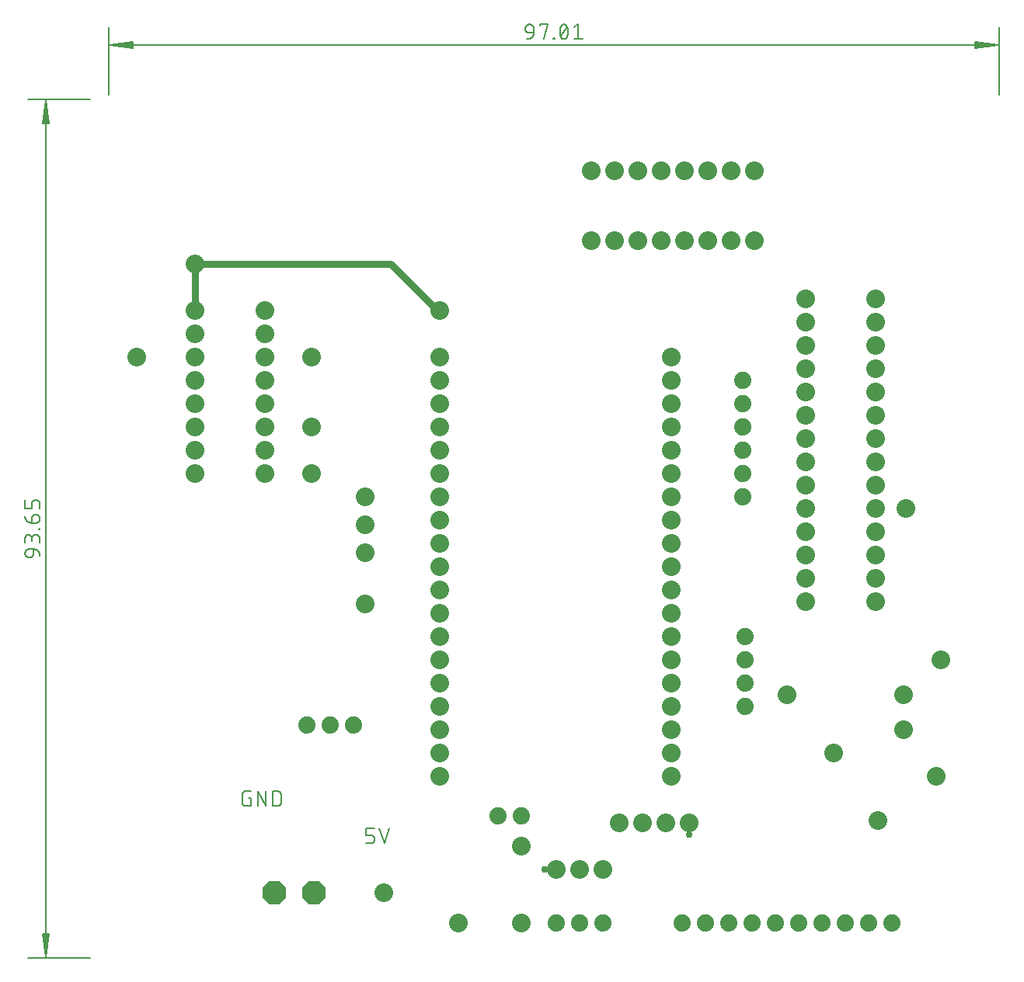
<source format=gbr>
G04 EAGLE Gerber RS-274X export*
G75*
%MOMM*%
%FSLAX34Y34*%
%LPD*%
%INTop Copper*%
%IPPOS*%
%AMOC8*
5,1,8,0,0,1.08239X$1,22.5*%
G01*
%ADD10C,0.152400*%
%ADD11C,0.130000*%
%ADD12C,2.032000*%
%ADD13C,1.879600*%
%ADD14P,2.749271X8X22.500000*%
%ADD15C,0.762000*%
%ADD16C,0.756400*%


D10*
X325882Y117602D02*
X331301Y117602D01*
X331419Y117604D01*
X331537Y117610D01*
X331655Y117619D01*
X331772Y117633D01*
X331889Y117650D01*
X332006Y117671D01*
X332121Y117696D01*
X332236Y117725D01*
X332350Y117758D01*
X332462Y117794D01*
X332573Y117834D01*
X332683Y117877D01*
X332792Y117924D01*
X332899Y117974D01*
X333004Y118029D01*
X333107Y118086D01*
X333208Y118147D01*
X333308Y118211D01*
X333405Y118278D01*
X333500Y118348D01*
X333592Y118422D01*
X333683Y118498D01*
X333770Y118578D01*
X333855Y118660D01*
X333937Y118745D01*
X334017Y118832D01*
X334093Y118923D01*
X334167Y119015D01*
X334237Y119110D01*
X334304Y119207D01*
X334368Y119307D01*
X334429Y119408D01*
X334486Y119511D01*
X334541Y119616D01*
X334591Y119723D01*
X334638Y119832D01*
X334681Y119942D01*
X334721Y120053D01*
X334757Y120165D01*
X334790Y120279D01*
X334819Y120394D01*
X334844Y120509D01*
X334865Y120626D01*
X334882Y120743D01*
X334896Y120860D01*
X334905Y120978D01*
X334911Y121096D01*
X334913Y121214D01*
X334913Y123021D01*
X334911Y123139D01*
X334905Y123257D01*
X334896Y123375D01*
X334882Y123492D01*
X334865Y123609D01*
X334844Y123726D01*
X334819Y123841D01*
X334790Y123956D01*
X334757Y124070D01*
X334721Y124182D01*
X334681Y124293D01*
X334638Y124403D01*
X334591Y124512D01*
X334541Y124619D01*
X334486Y124724D01*
X334429Y124827D01*
X334368Y124928D01*
X334304Y125028D01*
X334237Y125125D01*
X334167Y125220D01*
X334093Y125312D01*
X334017Y125403D01*
X333937Y125490D01*
X333855Y125575D01*
X333770Y125657D01*
X333683Y125737D01*
X333592Y125813D01*
X333500Y125887D01*
X333405Y125957D01*
X333308Y126024D01*
X333208Y126088D01*
X333107Y126149D01*
X333004Y126206D01*
X332899Y126261D01*
X332792Y126311D01*
X332683Y126358D01*
X332573Y126401D01*
X332462Y126441D01*
X332350Y126477D01*
X332236Y126510D01*
X332121Y126539D01*
X332006Y126564D01*
X331889Y126585D01*
X331772Y126602D01*
X331655Y126616D01*
X331537Y126625D01*
X331419Y126631D01*
X331301Y126633D01*
X325882Y126633D01*
X325882Y133858D01*
X334913Y133858D01*
X340610Y133858D02*
X346029Y117602D01*
X351447Y133858D01*
X200293Y167273D02*
X197584Y167273D01*
X200293Y167273D02*
X200293Y158242D01*
X194874Y158242D01*
X194756Y158244D01*
X194638Y158250D01*
X194520Y158259D01*
X194403Y158273D01*
X194286Y158290D01*
X194169Y158311D01*
X194054Y158336D01*
X193939Y158365D01*
X193825Y158398D01*
X193713Y158434D01*
X193602Y158474D01*
X193492Y158517D01*
X193383Y158564D01*
X193276Y158614D01*
X193171Y158669D01*
X193068Y158726D01*
X192967Y158787D01*
X192867Y158851D01*
X192770Y158918D01*
X192675Y158988D01*
X192583Y159062D01*
X192492Y159138D01*
X192405Y159218D01*
X192320Y159300D01*
X192238Y159385D01*
X192158Y159472D01*
X192082Y159563D01*
X192008Y159655D01*
X191938Y159750D01*
X191871Y159847D01*
X191807Y159947D01*
X191746Y160048D01*
X191689Y160151D01*
X191634Y160256D01*
X191584Y160363D01*
X191537Y160472D01*
X191494Y160582D01*
X191454Y160693D01*
X191418Y160805D01*
X191385Y160919D01*
X191356Y161034D01*
X191331Y161149D01*
X191310Y161266D01*
X191293Y161383D01*
X191279Y161500D01*
X191270Y161618D01*
X191264Y161736D01*
X191262Y161854D01*
X191262Y170886D01*
X191264Y171004D01*
X191270Y171122D01*
X191279Y171240D01*
X191293Y171357D01*
X191310Y171474D01*
X191331Y171591D01*
X191356Y171706D01*
X191385Y171821D01*
X191418Y171935D01*
X191454Y172047D01*
X191494Y172158D01*
X191537Y172268D01*
X191584Y172377D01*
X191634Y172484D01*
X191688Y172589D01*
X191746Y172692D01*
X191807Y172793D01*
X191871Y172893D01*
X191938Y172990D01*
X192008Y173085D01*
X192082Y173177D01*
X192158Y173268D01*
X192238Y173355D01*
X192320Y173440D01*
X192405Y173522D01*
X192492Y173602D01*
X192583Y173678D01*
X192675Y173752D01*
X192770Y173822D01*
X192867Y173889D01*
X192967Y173953D01*
X193068Y174014D01*
X193171Y174071D01*
X193276Y174125D01*
X193383Y174176D01*
X193492Y174223D01*
X193602Y174266D01*
X193713Y174306D01*
X193825Y174342D01*
X193939Y174375D01*
X194054Y174404D01*
X194169Y174429D01*
X194286Y174450D01*
X194403Y174467D01*
X194520Y174481D01*
X194638Y174490D01*
X194756Y174496D01*
X194874Y174498D01*
X200293Y174498D01*
X207935Y174498D02*
X207935Y158242D01*
X216966Y158242D02*
X207935Y174498D01*
X216966Y174498D02*
X216966Y158242D01*
X224609Y158242D02*
X224609Y174498D01*
X229124Y174498D01*
X229255Y174496D01*
X229387Y174490D01*
X229518Y174481D01*
X229648Y174467D01*
X229779Y174450D01*
X229908Y174429D01*
X230037Y174405D01*
X230165Y174376D01*
X230293Y174344D01*
X230419Y174308D01*
X230544Y174269D01*
X230669Y174226D01*
X230791Y174179D01*
X230913Y174129D01*
X231033Y174075D01*
X231151Y174018D01*
X231267Y173957D01*
X231382Y173893D01*
X231495Y173826D01*
X231606Y173755D01*
X231714Y173681D01*
X231821Y173604D01*
X231925Y173524D01*
X232027Y173441D01*
X232126Y173356D01*
X232223Y173267D01*
X232317Y173175D01*
X232409Y173081D01*
X232498Y172984D01*
X232583Y172885D01*
X232666Y172783D01*
X232746Y172679D01*
X232823Y172572D01*
X232897Y172464D01*
X232968Y172353D01*
X233035Y172240D01*
X233099Y172125D01*
X233160Y172009D01*
X233217Y171891D01*
X233271Y171771D01*
X233321Y171649D01*
X233368Y171527D01*
X233411Y171402D01*
X233450Y171277D01*
X233486Y171151D01*
X233518Y171023D01*
X233547Y170895D01*
X233571Y170766D01*
X233592Y170637D01*
X233609Y170506D01*
X233623Y170376D01*
X233632Y170245D01*
X233638Y170113D01*
X233640Y169982D01*
X233640Y162758D01*
X233638Y162627D01*
X233632Y162495D01*
X233623Y162364D01*
X233609Y162234D01*
X233592Y162103D01*
X233571Y161974D01*
X233547Y161845D01*
X233518Y161717D01*
X233486Y161589D01*
X233450Y161463D01*
X233411Y161338D01*
X233368Y161213D01*
X233321Y161091D01*
X233271Y160969D01*
X233217Y160849D01*
X233160Y160731D01*
X233099Y160615D01*
X233035Y160500D01*
X232968Y160387D01*
X232897Y160276D01*
X232823Y160168D01*
X232746Y160061D01*
X232666Y159957D01*
X232583Y159855D01*
X232498Y159756D01*
X232409Y159659D01*
X232317Y159565D01*
X232223Y159473D01*
X232126Y159384D01*
X232027Y159299D01*
X231925Y159216D01*
X231821Y159136D01*
X231714Y159059D01*
X231606Y158985D01*
X231495Y158914D01*
X231382Y158847D01*
X231267Y158783D01*
X231151Y158722D01*
X231033Y158665D01*
X230913Y158611D01*
X230791Y158561D01*
X230669Y158514D01*
X230544Y158471D01*
X230419Y158432D01*
X230293Y158396D01*
X230165Y158364D01*
X230037Y158335D01*
X229908Y158311D01*
X229778Y158290D01*
X229648Y158273D01*
X229518Y158259D01*
X229387Y158250D01*
X229255Y158244D01*
X229124Y158242D01*
X224609Y158242D01*
D11*
X25400Y928880D02*
X-42360Y928880D01*
X-42360Y-7620D02*
X25400Y-7620D01*
X-22860Y-6970D02*
X-22860Y928230D01*
X-26052Y902880D01*
X-19668Y902880D01*
X-22860Y928230D01*
X-24160Y902880D01*
X-21560Y902880D02*
X-22860Y928230D01*
X-25460Y902880D01*
X-20260Y902880D02*
X-22860Y928230D01*
X-26052Y18380D02*
X-22860Y-6970D01*
X-26052Y18380D02*
X-19668Y18380D01*
X-22860Y-6970D01*
X-24160Y18380D01*
X-21560Y18380D02*
X-22860Y-6970D01*
X-25460Y18380D01*
X-20260Y18380D02*
X-22860Y-6970D01*
D10*
X-36592Y433094D02*
X-36592Y438513D01*
X-36592Y433094D02*
X-36594Y432976D01*
X-36600Y432858D01*
X-36609Y432740D01*
X-36623Y432623D01*
X-36640Y432506D01*
X-36661Y432389D01*
X-36686Y432274D01*
X-36715Y432159D01*
X-36748Y432045D01*
X-36784Y431933D01*
X-36824Y431822D01*
X-36867Y431712D01*
X-36914Y431603D01*
X-36964Y431496D01*
X-37019Y431391D01*
X-37076Y431288D01*
X-37137Y431187D01*
X-37201Y431087D01*
X-37268Y430990D01*
X-37338Y430895D01*
X-37412Y430803D01*
X-37488Y430712D01*
X-37568Y430625D01*
X-37650Y430540D01*
X-37735Y430458D01*
X-37822Y430378D01*
X-37913Y430302D01*
X-38005Y430228D01*
X-38100Y430158D01*
X-38197Y430091D01*
X-38297Y430027D01*
X-38398Y429966D01*
X-38501Y429909D01*
X-38606Y429854D01*
X-38713Y429804D01*
X-38822Y429757D01*
X-38932Y429714D01*
X-39043Y429674D01*
X-39155Y429638D01*
X-39269Y429605D01*
X-39384Y429576D01*
X-39499Y429551D01*
X-39616Y429530D01*
X-39733Y429513D01*
X-39850Y429499D01*
X-39968Y429490D01*
X-40086Y429484D01*
X-40204Y429482D01*
X-41107Y429482D01*
X-41240Y429484D01*
X-41372Y429490D01*
X-41504Y429500D01*
X-41636Y429513D01*
X-41768Y429531D01*
X-41898Y429552D01*
X-42029Y429577D01*
X-42158Y429606D01*
X-42286Y429639D01*
X-42414Y429675D01*
X-42540Y429715D01*
X-42665Y429759D01*
X-42789Y429807D01*
X-42911Y429858D01*
X-43032Y429913D01*
X-43151Y429971D01*
X-43269Y430033D01*
X-43384Y430098D01*
X-43498Y430167D01*
X-43609Y430238D01*
X-43718Y430314D01*
X-43825Y430392D01*
X-43930Y430473D01*
X-44032Y430558D01*
X-44132Y430645D01*
X-44229Y430735D01*
X-44324Y430828D01*
X-44415Y430924D01*
X-44504Y431022D01*
X-44590Y431123D01*
X-44673Y431227D01*
X-44753Y431333D01*
X-44829Y431441D01*
X-44903Y431551D01*
X-44973Y431664D01*
X-45040Y431778D01*
X-45103Y431895D01*
X-45163Y432013D01*
X-45220Y432133D01*
X-45273Y432255D01*
X-45322Y432378D01*
X-45368Y432502D01*
X-45410Y432628D01*
X-45448Y432755D01*
X-45483Y432883D01*
X-45514Y433012D01*
X-45541Y433141D01*
X-45564Y433272D01*
X-45584Y433403D01*
X-45599Y433535D01*
X-45611Y433667D01*
X-45619Y433799D01*
X-45623Y433932D01*
X-45623Y434064D01*
X-45619Y434197D01*
X-45611Y434329D01*
X-45599Y434461D01*
X-45584Y434593D01*
X-45564Y434724D01*
X-45541Y434855D01*
X-45514Y434984D01*
X-45483Y435113D01*
X-45448Y435241D01*
X-45410Y435368D01*
X-45368Y435494D01*
X-45322Y435618D01*
X-45273Y435741D01*
X-45220Y435863D01*
X-45163Y435983D01*
X-45103Y436101D01*
X-45040Y436218D01*
X-44973Y436332D01*
X-44903Y436445D01*
X-44829Y436555D01*
X-44753Y436663D01*
X-44673Y436769D01*
X-44590Y436873D01*
X-44504Y436974D01*
X-44415Y437072D01*
X-44324Y437168D01*
X-44229Y437261D01*
X-44132Y437351D01*
X-44032Y437438D01*
X-43930Y437523D01*
X-43825Y437604D01*
X-43718Y437682D01*
X-43609Y437758D01*
X-43498Y437829D01*
X-43384Y437898D01*
X-43269Y437963D01*
X-43151Y438025D01*
X-43032Y438083D01*
X-42911Y438138D01*
X-42789Y438189D01*
X-42665Y438237D01*
X-42540Y438281D01*
X-42414Y438321D01*
X-42286Y438357D01*
X-42158Y438390D01*
X-42029Y438419D01*
X-41898Y438444D01*
X-41768Y438465D01*
X-41636Y438483D01*
X-41504Y438496D01*
X-41372Y438506D01*
X-41240Y438512D01*
X-41107Y438514D01*
X-41107Y438513D02*
X-36592Y438513D01*
X-36417Y438511D01*
X-36243Y438505D01*
X-36069Y438494D01*
X-35895Y438479D01*
X-35721Y438460D01*
X-35548Y438437D01*
X-35376Y438410D01*
X-35204Y438378D01*
X-35033Y438343D01*
X-34863Y438303D01*
X-34694Y438259D01*
X-34526Y438211D01*
X-34359Y438159D01*
X-34194Y438103D01*
X-34030Y438043D01*
X-33867Y437980D01*
X-33707Y437912D01*
X-33547Y437840D01*
X-33390Y437765D01*
X-33234Y437685D01*
X-33081Y437602D01*
X-32929Y437516D01*
X-32780Y437425D01*
X-32633Y437331D01*
X-32488Y437234D01*
X-32345Y437133D01*
X-32205Y437029D01*
X-32068Y436921D01*
X-31933Y436810D01*
X-31801Y436696D01*
X-31672Y436579D01*
X-31545Y436458D01*
X-31422Y436335D01*
X-31301Y436208D01*
X-31184Y436079D01*
X-31070Y435947D01*
X-30959Y435812D01*
X-30851Y435675D01*
X-30747Y435535D01*
X-30646Y435392D01*
X-30549Y435247D01*
X-30455Y435100D01*
X-30364Y434951D01*
X-30278Y434799D01*
X-30195Y434646D01*
X-30115Y434490D01*
X-30040Y434333D01*
X-29968Y434173D01*
X-29900Y434013D01*
X-29837Y433850D01*
X-29777Y433686D01*
X-29721Y433521D01*
X-29669Y433354D01*
X-29621Y433186D01*
X-29577Y433017D01*
X-29537Y432847D01*
X-29502Y432676D01*
X-29470Y432504D01*
X-29443Y432332D01*
X-29420Y432159D01*
X-29401Y431985D01*
X-29386Y431811D01*
X-29375Y431637D01*
X-29369Y431463D01*
X-29367Y431288D01*
X-29367Y445113D02*
X-29367Y449629D01*
X-29369Y449762D01*
X-29375Y449894D01*
X-29385Y450026D01*
X-29398Y450158D01*
X-29416Y450290D01*
X-29437Y450420D01*
X-29462Y450551D01*
X-29491Y450680D01*
X-29524Y450808D01*
X-29560Y450936D01*
X-29600Y451062D01*
X-29644Y451187D01*
X-29692Y451311D01*
X-29743Y451433D01*
X-29798Y451554D01*
X-29856Y451673D01*
X-29918Y451791D01*
X-29983Y451906D01*
X-30052Y452020D01*
X-30123Y452131D01*
X-30199Y452240D01*
X-30277Y452347D01*
X-30358Y452452D01*
X-30443Y452554D01*
X-30530Y452654D01*
X-30620Y452751D01*
X-30713Y452846D01*
X-30809Y452937D01*
X-30907Y453026D01*
X-31008Y453112D01*
X-31112Y453195D01*
X-31218Y453275D01*
X-31326Y453351D01*
X-31436Y453425D01*
X-31549Y453495D01*
X-31663Y453562D01*
X-31780Y453625D01*
X-31898Y453685D01*
X-32018Y453742D01*
X-32140Y453795D01*
X-32263Y453844D01*
X-32387Y453890D01*
X-32513Y453932D01*
X-32640Y453970D01*
X-32768Y454005D01*
X-32897Y454036D01*
X-33026Y454063D01*
X-33157Y454086D01*
X-33288Y454106D01*
X-33420Y454121D01*
X-33552Y454133D01*
X-33684Y454141D01*
X-33817Y454145D01*
X-33949Y454145D01*
X-34082Y454141D01*
X-34214Y454133D01*
X-34346Y454121D01*
X-34478Y454106D01*
X-34609Y454086D01*
X-34740Y454063D01*
X-34869Y454036D01*
X-34998Y454005D01*
X-35126Y453970D01*
X-35253Y453932D01*
X-35379Y453890D01*
X-35503Y453844D01*
X-35626Y453795D01*
X-35748Y453742D01*
X-35868Y453685D01*
X-35986Y453625D01*
X-36103Y453562D01*
X-36217Y453495D01*
X-36330Y453425D01*
X-36440Y453351D01*
X-36548Y453275D01*
X-36654Y453195D01*
X-36758Y453112D01*
X-36859Y453026D01*
X-36957Y452937D01*
X-37053Y452846D01*
X-37146Y452751D01*
X-37236Y452654D01*
X-37323Y452554D01*
X-37408Y452452D01*
X-37489Y452347D01*
X-37567Y452240D01*
X-37643Y452131D01*
X-37714Y452020D01*
X-37783Y451906D01*
X-37848Y451791D01*
X-37910Y451673D01*
X-37968Y451554D01*
X-38023Y451433D01*
X-38074Y451311D01*
X-38122Y451187D01*
X-38166Y451062D01*
X-38206Y450936D01*
X-38242Y450808D01*
X-38275Y450680D01*
X-38304Y450551D01*
X-38329Y450420D01*
X-38350Y450290D01*
X-38368Y450158D01*
X-38381Y450026D01*
X-38391Y449894D01*
X-38397Y449762D01*
X-38399Y449629D01*
X-45623Y450532D02*
X-45623Y445113D01*
X-45623Y450532D02*
X-45621Y450651D01*
X-45615Y450771D01*
X-45605Y450890D01*
X-45591Y451008D01*
X-45574Y451127D01*
X-45552Y451244D01*
X-45527Y451361D01*
X-45497Y451476D01*
X-45464Y451591D01*
X-45427Y451705D01*
X-45387Y451817D01*
X-45342Y451928D01*
X-45294Y452037D01*
X-45243Y452145D01*
X-45188Y452251D01*
X-45129Y452355D01*
X-45067Y452457D01*
X-45002Y452557D01*
X-44933Y452655D01*
X-44861Y452751D01*
X-44786Y452844D01*
X-44709Y452934D01*
X-44628Y453022D01*
X-44544Y453107D01*
X-44457Y453189D01*
X-44368Y453269D01*
X-44276Y453345D01*
X-44182Y453419D01*
X-44085Y453489D01*
X-43987Y453556D01*
X-43886Y453620D01*
X-43782Y453680D01*
X-43677Y453737D01*
X-43570Y453790D01*
X-43462Y453840D01*
X-43352Y453886D01*
X-43240Y453928D01*
X-43127Y453967D01*
X-43013Y454002D01*
X-42898Y454033D01*
X-42781Y454061D01*
X-42664Y454084D01*
X-42547Y454104D01*
X-42428Y454120D01*
X-42309Y454132D01*
X-42190Y454140D01*
X-42071Y454144D01*
X-41951Y454144D01*
X-41832Y454140D01*
X-41713Y454132D01*
X-41594Y454120D01*
X-41475Y454104D01*
X-41358Y454084D01*
X-41241Y454061D01*
X-41124Y454033D01*
X-41009Y454002D01*
X-40895Y453967D01*
X-40782Y453928D01*
X-40670Y453886D01*
X-40560Y453840D01*
X-40452Y453790D01*
X-40345Y453737D01*
X-40240Y453680D01*
X-40136Y453620D01*
X-40035Y453556D01*
X-39937Y453489D01*
X-39840Y453419D01*
X-39746Y453345D01*
X-39654Y453269D01*
X-39565Y453189D01*
X-39478Y453107D01*
X-39394Y453022D01*
X-39313Y452934D01*
X-39236Y452844D01*
X-39161Y452751D01*
X-39089Y452655D01*
X-39020Y452557D01*
X-38955Y452457D01*
X-38893Y452355D01*
X-38834Y452251D01*
X-38779Y452145D01*
X-38728Y452037D01*
X-38680Y451928D01*
X-38635Y451817D01*
X-38595Y451705D01*
X-38558Y451591D01*
X-38525Y451476D01*
X-38495Y451361D01*
X-38470Y451244D01*
X-38448Y451127D01*
X-38431Y451008D01*
X-38417Y450890D01*
X-38407Y450771D01*
X-38401Y450651D01*
X-38399Y450532D01*
X-38398Y450532D02*
X-38398Y446919D01*
X-30270Y460119D02*
X-29367Y460119D01*
X-30270Y460119D02*
X-30270Y461022D01*
X-29367Y461022D01*
X-29367Y460119D01*
X-38398Y466997D02*
X-38398Y472416D01*
X-38396Y472534D01*
X-38390Y472652D01*
X-38381Y472770D01*
X-38367Y472887D01*
X-38350Y473004D01*
X-38329Y473121D01*
X-38304Y473236D01*
X-38275Y473351D01*
X-38242Y473465D01*
X-38206Y473577D01*
X-38166Y473688D01*
X-38123Y473798D01*
X-38076Y473907D01*
X-38026Y474014D01*
X-37971Y474119D01*
X-37914Y474222D01*
X-37853Y474323D01*
X-37789Y474423D01*
X-37722Y474520D01*
X-37652Y474615D01*
X-37578Y474707D01*
X-37502Y474798D01*
X-37422Y474885D01*
X-37340Y474970D01*
X-37255Y475052D01*
X-37168Y475132D01*
X-37077Y475208D01*
X-36985Y475282D01*
X-36890Y475352D01*
X-36793Y475419D01*
X-36693Y475483D01*
X-36592Y475544D01*
X-36489Y475601D01*
X-36384Y475656D01*
X-36277Y475706D01*
X-36168Y475753D01*
X-36058Y475796D01*
X-35947Y475836D01*
X-35835Y475872D01*
X-35721Y475905D01*
X-35606Y475934D01*
X-35491Y475959D01*
X-35374Y475980D01*
X-35257Y475997D01*
X-35140Y476011D01*
X-35022Y476020D01*
X-34904Y476026D01*
X-34786Y476028D01*
X-33883Y476028D01*
X-33750Y476026D01*
X-33618Y476020D01*
X-33486Y476010D01*
X-33354Y475997D01*
X-33222Y475979D01*
X-33092Y475958D01*
X-32961Y475933D01*
X-32832Y475904D01*
X-32704Y475871D01*
X-32576Y475835D01*
X-32450Y475795D01*
X-32325Y475751D01*
X-32201Y475703D01*
X-32079Y475652D01*
X-31958Y475597D01*
X-31839Y475539D01*
X-31721Y475477D01*
X-31606Y475412D01*
X-31492Y475343D01*
X-31381Y475272D01*
X-31272Y475196D01*
X-31165Y475118D01*
X-31060Y475037D01*
X-30958Y474952D01*
X-30858Y474865D01*
X-30761Y474775D01*
X-30666Y474682D01*
X-30575Y474586D01*
X-30486Y474488D01*
X-30400Y474387D01*
X-30317Y474283D01*
X-30237Y474177D01*
X-30161Y474069D01*
X-30087Y473959D01*
X-30017Y473846D01*
X-29950Y473732D01*
X-29887Y473615D01*
X-29827Y473497D01*
X-29770Y473377D01*
X-29717Y473255D01*
X-29668Y473132D01*
X-29622Y473008D01*
X-29580Y472882D01*
X-29542Y472755D01*
X-29507Y472627D01*
X-29476Y472498D01*
X-29449Y472369D01*
X-29426Y472238D01*
X-29406Y472107D01*
X-29391Y471975D01*
X-29379Y471843D01*
X-29371Y471711D01*
X-29367Y471578D01*
X-29367Y471446D01*
X-29371Y471313D01*
X-29379Y471181D01*
X-29391Y471049D01*
X-29406Y470917D01*
X-29426Y470786D01*
X-29449Y470655D01*
X-29476Y470526D01*
X-29507Y470397D01*
X-29542Y470269D01*
X-29580Y470142D01*
X-29622Y470016D01*
X-29668Y469892D01*
X-29717Y469769D01*
X-29770Y469647D01*
X-29827Y469527D01*
X-29887Y469409D01*
X-29950Y469292D01*
X-30017Y469178D01*
X-30087Y469065D01*
X-30161Y468955D01*
X-30237Y468847D01*
X-30317Y468741D01*
X-30400Y468637D01*
X-30486Y468536D01*
X-30575Y468438D01*
X-30666Y468342D01*
X-30761Y468249D01*
X-30858Y468159D01*
X-30958Y468072D01*
X-31060Y467987D01*
X-31165Y467906D01*
X-31272Y467828D01*
X-31381Y467752D01*
X-31492Y467681D01*
X-31606Y467612D01*
X-31721Y467547D01*
X-31839Y467485D01*
X-31958Y467427D01*
X-32079Y467372D01*
X-32201Y467321D01*
X-32325Y467273D01*
X-32450Y467229D01*
X-32576Y467189D01*
X-32704Y467153D01*
X-32832Y467120D01*
X-32961Y467091D01*
X-33092Y467066D01*
X-33222Y467045D01*
X-33354Y467027D01*
X-33486Y467014D01*
X-33618Y467004D01*
X-33750Y466998D01*
X-33883Y466996D01*
X-33883Y466997D02*
X-38398Y466997D01*
X-38573Y466999D01*
X-38747Y467005D01*
X-38921Y467016D01*
X-39095Y467031D01*
X-39269Y467050D01*
X-39442Y467073D01*
X-39614Y467100D01*
X-39786Y467132D01*
X-39957Y467167D01*
X-40127Y467207D01*
X-40296Y467251D01*
X-40464Y467299D01*
X-40631Y467351D01*
X-40796Y467407D01*
X-40960Y467467D01*
X-41123Y467530D01*
X-41283Y467598D01*
X-41443Y467670D01*
X-41600Y467745D01*
X-41756Y467825D01*
X-41909Y467908D01*
X-42061Y467994D01*
X-42210Y468085D01*
X-42357Y468179D01*
X-42502Y468276D01*
X-42645Y468377D01*
X-42785Y468481D01*
X-42922Y468589D01*
X-43057Y468700D01*
X-43189Y468814D01*
X-43318Y468931D01*
X-43445Y469052D01*
X-43568Y469175D01*
X-43689Y469302D01*
X-43806Y469431D01*
X-43920Y469563D01*
X-44031Y469698D01*
X-44139Y469835D01*
X-44243Y469975D01*
X-44344Y470118D01*
X-44441Y470263D01*
X-44535Y470410D01*
X-44626Y470559D01*
X-44712Y470711D01*
X-44795Y470864D01*
X-44875Y471020D01*
X-44950Y471177D01*
X-45022Y471337D01*
X-45090Y471497D01*
X-45153Y471660D01*
X-45213Y471824D01*
X-45269Y471989D01*
X-45321Y472156D01*
X-45369Y472324D01*
X-45413Y472493D01*
X-45453Y472663D01*
X-45488Y472834D01*
X-45520Y473006D01*
X-45547Y473178D01*
X-45570Y473351D01*
X-45589Y473525D01*
X-45604Y473699D01*
X-45615Y473873D01*
X-45621Y474047D01*
X-45623Y474222D01*
X-29367Y482628D02*
X-29367Y488047D01*
X-29369Y488165D01*
X-29375Y488283D01*
X-29384Y488401D01*
X-29398Y488518D01*
X-29415Y488635D01*
X-29436Y488752D01*
X-29461Y488867D01*
X-29490Y488982D01*
X-29523Y489096D01*
X-29559Y489208D01*
X-29599Y489319D01*
X-29642Y489429D01*
X-29689Y489538D01*
X-29739Y489645D01*
X-29794Y489750D01*
X-29851Y489853D01*
X-29912Y489954D01*
X-29976Y490054D01*
X-30043Y490151D01*
X-30113Y490246D01*
X-30187Y490338D01*
X-30263Y490429D01*
X-30343Y490516D01*
X-30425Y490601D01*
X-30510Y490683D01*
X-30597Y490763D01*
X-30688Y490839D01*
X-30780Y490913D01*
X-30875Y490983D01*
X-30972Y491050D01*
X-31072Y491114D01*
X-31173Y491175D01*
X-31276Y491232D01*
X-31381Y491287D01*
X-31488Y491337D01*
X-31597Y491384D01*
X-31707Y491427D01*
X-31818Y491467D01*
X-31930Y491503D01*
X-32044Y491536D01*
X-32159Y491565D01*
X-32274Y491590D01*
X-32391Y491611D01*
X-32508Y491628D01*
X-32625Y491642D01*
X-32743Y491651D01*
X-32861Y491657D01*
X-32979Y491659D01*
X-34786Y491659D01*
X-34904Y491657D01*
X-35022Y491651D01*
X-35140Y491642D01*
X-35257Y491628D01*
X-35374Y491611D01*
X-35491Y491590D01*
X-35606Y491565D01*
X-35721Y491536D01*
X-35835Y491503D01*
X-35947Y491467D01*
X-36058Y491427D01*
X-36168Y491384D01*
X-36277Y491337D01*
X-36384Y491287D01*
X-36489Y491232D01*
X-36592Y491175D01*
X-36693Y491114D01*
X-36793Y491050D01*
X-36890Y490983D01*
X-36985Y490913D01*
X-37077Y490839D01*
X-37168Y490763D01*
X-37255Y490683D01*
X-37340Y490601D01*
X-37422Y490516D01*
X-37502Y490429D01*
X-37578Y490338D01*
X-37652Y490246D01*
X-37722Y490151D01*
X-37789Y490054D01*
X-37853Y489954D01*
X-37914Y489853D01*
X-37971Y489750D01*
X-38026Y489645D01*
X-38076Y489538D01*
X-38123Y489429D01*
X-38166Y489319D01*
X-38206Y489208D01*
X-38242Y489096D01*
X-38275Y488982D01*
X-38304Y488867D01*
X-38329Y488752D01*
X-38350Y488635D01*
X-38367Y488518D01*
X-38381Y488401D01*
X-38390Y488283D01*
X-38396Y488165D01*
X-38398Y488047D01*
X-38398Y482628D01*
X-45623Y482628D01*
X-45623Y491659D01*
D11*
X45720Y933960D02*
X45720Y1007560D01*
X1015800Y1007560D02*
X1015800Y933960D01*
X1015150Y988060D02*
X46370Y988060D01*
X71720Y991252D01*
X71720Y984868D01*
X46370Y988060D01*
X71720Y989360D01*
X71720Y986760D02*
X46370Y988060D01*
X71720Y990660D01*
X71720Y985460D02*
X46370Y988060D01*
X989800Y991252D02*
X1015150Y988060D01*
X989800Y991252D02*
X989800Y984868D01*
X1015150Y988060D01*
X989800Y989360D01*
X989800Y986760D02*
X1015150Y988060D01*
X989800Y990660D01*
X989800Y985460D02*
X1015150Y988060D01*
D10*
X508643Y1001792D02*
X503224Y1001792D01*
X503106Y1001794D01*
X502988Y1001800D01*
X502870Y1001809D01*
X502753Y1001823D01*
X502636Y1001840D01*
X502519Y1001861D01*
X502404Y1001886D01*
X502289Y1001915D01*
X502175Y1001948D01*
X502063Y1001984D01*
X501952Y1002024D01*
X501842Y1002067D01*
X501733Y1002114D01*
X501626Y1002164D01*
X501521Y1002219D01*
X501418Y1002276D01*
X501317Y1002337D01*
X501217Y1002401D01*
X501120Y1002468D01*
X501025Y1002538D01*
X500933Y1002612D01*
X500842Y1002688D01*
X500755Y1002768D01*
X500670Y1002850D01*
X500588Y1002935D01*
X500508Y1003022D01*
X500432Y1003113D01*
X500358Y1003205D01*
X500288Y1003300D01*
X500221Y1003397D01*
X500157Y1003497D01*
X500096Y1003598D01*
X500039Y1003701D01*
X499984Y1003806D01*
X499934Y1003913D01*
X499887Y1004022D01*
X499844Y1004132D01*
X499804Y1004243D01*
X499768Y1004355D01*
X499735Y1004469D01*
X499706Y1004584D01*
X499681Y1004699D01*
X499660Y1004816D01*
X499643Y1004933D01*
X499629Y1005050D01*
X499620Y1005168D01*
X499614Y1005286D01*
X499612Y1005404D01*
X499612Y1006307D01*
X499614Y1006440D01*
X499620Y1006572D01*
X499630Y1006704D01*
X499643Y1006836D01*
X499661Y1006968D01*
X499682Y1007098D01*
X499707Y1007229D01*
X499736Y1007358D01*
X499769Y1007486D01*
X499805Y1007614D01*
X499845Y1007740D01*
X499889Y1007865D01*
X499937Y1007989D01*
X499988Y1008111D01*
X500043Y1008232D01*
X500101Y1008351D01*
X500163Y1008469D01*
X500228Y1008584D01*
X500297Y1008698D01*
X500368Y1008809D01*
X500444Y1008918D01*
X500522Y1009025D01*
X500603Y1009130D01*
X500688Y1009232D01*
X500775Y1009332D01*
X500865Y1009429D01*
X500958Y1009524D01*
X501054Y1009615D01*
X501152Y1009704D01*
X501253Y1009790D01*
X501357Y1009873D01*
X501463Y1009953D01*
X501571Y1010029D01*
X501681Y1010103D01*
X501794Y1010173D01*
X501908Y1010240D01*
X502025Y1010303D01*
X502143Y1010363D01*
X502263Y1010420D01*
X502385Y1010473D01*
X502508Y1010522D01*
X502632Y1010568D01*
X502758Y1010610D01*
X502885Y1010648D01*
X503013Y1010683D01*
X503142Y1010714D01*
X503271Y1010741D01*
X503402Y1010764D01*
X503533Y1010784D01*
X503665Y1010799D01*
X503797Y1010811D01*
X503929Y1010819D01*
X504062Y1010823D01*
X504194Y1010823D01*
X504327Y1010819D01*
X504459Y1010811D01*
X504591Y1010799D01*
X504723Y1010784D01*
X504854Y1010764D01*
X504985Y1010741D01*
X505114Y1010714D01*
X505243Y1010683D01*
X505371Y1010648D01*
X505498Y1010610D01*
X505624Y1010568D01*
X505748Y1010522D01*
X505871Y1010473D01*
X505993Y1010420D01*
X506113Y1010363D01*
X506231Y1010303D01*
X506348Y1010240D01*
X506462Y1010173D01*
X506575Y1010103D01*
X506685Y1010029D01*
X506793Y1009953D01*
X506899Y1009873D01*
X507003Y1009790D01*
X507104Y1009704D01*
X507202Y1009615D01*
X507298Y1009524D01*
X507391Y1009429D01*
X507481Y1009332D01*
X507568Y1009232D01*
X507653Y1009130D01*
X507734Y1009025D01*
X507812Y1008918D01*
X507888Y1008809D01*
X507959Y1008698D01*
X508028Y1008584D01*
X508093Y1008469D01*
X508155Y1008351D01*
X508213Y1008232D01*
X508268Y1008111D01*
X508319Y1007989D01*
X508367Y1007865D01*
X508411Y1007740D01*
X508451Y1007614D01*
X508487Y1007486D01*
X508520Y1007358D01*
X508549Y1007229D01*
X508574Y1007098D01*
X508595Y1006968D01*
X508613Y1006836D01*
X508626Y1006704D01*
X508636Y1006572D01*
X508642Y1006440D01*
X508644Y1006307D01*
X508643Y1006307D02*
X508643Y1001792D01*
X508641Y1001617D01*
X508635Y1001443D01*
X508624Y1001269D01*
X508609Y1001095D01*
X508590Y1000921D01*
X508567Y1000748D01*
X508540Y1000576D01*
X508508Y1000404D01*
X508473Y1000233D01*
X508433Y1000063D01*
X508389Y999894D01*
X508341Y999726D01*
X508289Y999559D01*
X508233Y999394D01*
X508173Y999230D01*
X508110Y999067D01*
X508042Y998907D01*
X507970Y998747D01*
X507895Y998590D01*
X507815Y998434D01*
X507732Y998281D01*
X507646Y998129D01*
X507555Y997980D01*
X507461Y997833D01*
X507364Y997688D01*
X507263Y997545D01*
X507159Y997405D01*
X507051Y997268D01*
X506940Y997133D01*
X506826Y997001D01*
X506709Y996872D01*
X506588Y996745D01*
X506465Y996622D01*
X506338Y996501D01*
X506209Y996384D01*
X506077Y996270D01*
X505942Y996159D01*
X505805Y996051D01*
X505665Y995947D01*
X505522Y995846D01*
X505377Y995749D01*
X505230Y995655D01*
X505081Y995564D01*
X504929Y995478D01*
X504776Y995395D01*
X504620Y995315D01*
X504463Y995240D01*
X504303Y995168D01*
X504143Y995100D01*
X503980Y995037D01*
X503816Y994977D01*
X503651Y994921D01*
X503484Y994869D01*
X503316Y994821D01*
X503147Y994777D01*
X502977Y994737D01*
X502806Y994702D01*
X502634Y994670D01*
X502462Y994643D01*
X502289Y994620D01*
X502115Y994601D01*
X501941Y994586D01*
X501767Y994575D01*
X501593Y994569D01*
X501418Y994567D01*
X515243Y1009017D02*
X515243Y1010823D01*
X524274Y1010823D01*
X519759Y994567D01*
X530249Y994567D02*
X530249Y995470D01*
X531152Y995470D01*
X531152Y994567D01*
X530249Y994567D01*
X537127Y1002695D02*
X537131Y1003015D01*
X537142Y1003334D01*
X537161Y1003654D01*
X537188Y1003972D01*
X537222Y1004290D01*
X537264Y1004607D01*
X537314Y1004923D01*
X537371Y1005238D01*
X537435Y1005551D01*
X537507Y1005863D01*
X537586Y1006173D01*
X537673Y1006480D01*
X537767Y1006786D01*
X537868Y1007089D01*
X537977Y1007390D01*
X538092Y1007688D01*
X538215Y1007984D01*
X538345Y1008276D01*
X538482Y1008565D01*
X538481Y1008566D02*
X538520Y1008674D01*
X538563Y1008781D01*
X538609Y1008886D01*
X538660Y1008990D01*
X538713Y1009092D01*
X538770Y1009192D01*
X538831Y1009290D01*
X538895Y1009385D01*
X538962Y1009479D01*
X539033Y1009570D01*
X539106Y1009659D01*
X539183Y1009745D01*
X539262Y1009828D01*
X539344Y1009909D01*
X539429Y1009987D01*
X539517Y1010061D01*
X539607Y1010133D01*
X539699Y1010201D01*
X539794Y1010267D01*
X539891Y1010329D01*
X539990Y1010387D01*
X540092Y1010443D01*
X540194Y1010494D01*
X540299Y1010542D01*
X540405Y1010587D01*
X540513Y1010628D01*
X540622Y1010665D01*
X540732Y1010698D01*
X540844Y1010727D01*
X540956Y1010753D01*
X541069Y1010775D01*
X541183Y1010792D01*
X541297Y1010806D01*
X541412Y1010816D01*
X541527Y1010822D01*
X541642Y1010824D01*
X541642Y1010823D02*
X541757Y1010821D01*
X541872Y1010815D01*
X541987Y1010805D01*
X542101Y1010791D01*
X542215Y1010774D01*
X542328Y1010752D01*
X542440Y1010726D01*
X542552Y1010697D01*
X542662Y1010664D01*
X542771Y1010627D01*
X542879Y1010586D01*
X542985Y1010541D01*
X543090Y1010493D01*
X543192Y1010442D01*
X543293Y1010386D01*
X543393Y1010328D01*
X543490Y1010266D01*
X543584Y1010201D01*
X543677Y1010132D01*
X543767Y1010060D01*
X543855Y1009986D01*
X543940Y1009908D01*
X544022Y1009827D01*
X544101Y1009744D01*
X544178Y1009658D01*
X544251Y1009569D01*
X544322Y1009478D01*
X544389Y1009384D01*
X544453Y1009289D01*
X544514Y1009191D01*
X544571Y1009091D01*
X544624Y1008989D01*
X544675Y1008885D01*
X544721Y1008780D01*
X544764Y1008673D01*
X544803Y1008565D01*
X544940Y1008276D01*
X545070Y1007984D01*
X545193Y1007688D01*
X545308Y1007390D01*
X545417Y1007089D01*
X545518Y1006786D01*
X545612Y1006480D01*
X545699Y1006173D01*
X545778Y1005863D01*
X545850Y1005551D01*
X545914Y1005238D01*
X545971Y1004923D01*
X546021Y1004607D01*
X546063Y1004290D01*
X546097Y1003972D01*
X546124Y1003654D01*
X546143Y1003334D01*
X546154Y1003015D01*
X546158Y1002695D01*
X537127Y1002695D02*
X537131Y1002375D01*
X537142Y1002056D01*
X537161Y1001736D01*
X537188Y1001418D01*
X537222Y1001100D01*
X537264Y1000783D01*
X537314Y1000467D01*
X537371Y1000152D01*
X537435Y999839D01*
X537507Y999527D01*
X537586Y999217D01*
X537673Y998910D01*
X537767Y998604D01*
X537868Y998301D01*
X537977Y998000D01*
X538092Y997702D01*
X538215Y997406D01*
X538345Y997114D01*
X538482Y996825D01*
X538481Y996825D02*
X538520Y996717D01*
X538563Y996610D01*
X538609Y996505D01*
X538660Y996401D01*
X538713Y996299D01*
X538770Y996199D01*
X538831Y996101D01*
X538895Y996006D01*
X538962Y995912D01*
X539033Y995821D01*
X539106Y995732D01*
X539183Y995646D01*
X539262Y995563D01*
X539344Y995482D01*
X539429Y995404D01*
X539517Y995330D01*
X539607Y995258D01*
X539700Y995189D01*
X539794Y995124D01*
X539891Y995062D01*
X539991Y995004D01*
X540092Y994948D01*
X540194Y994897D01*
X540299Y994849D01*
X540405Y994804D01*
X540513Y994763D01*
X540622Y994726D01*
X540732Y994693D01*
X540844Y994664D01*
X540956Y994638D01*
X541069Y994616D01*
X541183Y994599D01*
X541297Y994585D01*
X541412Y994575D01*
X541527Y994569D01*
X541642Y994567D01*
X544803Y996825D02*
X544940Y997114D01*
X545070Y997406D01*
X545193Y997702D01*
X545308Y998000D01*
X545417Y998301D01*
X545518Y998604D01*
X545612Y998910D01*
X545699Y999217D01*
X545778Y999527D01*
X545850Y999839D01*
X545914Y1000152D01*
X545971Y1000467D01*
X546021Y1000783D01*
X546063Y1001100D01*
X546097Y1001418D01*
X546124Y1001736D01*
X546143Y1002056D01*
X546154Y1002375D01*
X546158Y1002695D01*
X544803Y996825D02*
X544764Y996717D01*
X544721Y996610D01*
X544675Y996505D01*
X544624Y996401D01*
X544571Y996299D01*
X544514Y996199D01*
X544453Y996101D01*
X544389Y996006D01*
X544322Y995912D01*
X544251Y995821D01*
X544178Y995732D01*
X544101Y995646D01*
X544022Y995563D01*
X543940Y995482D01*
X543855Y995404D01*
X543767Y995330D01*
X543677Y995258D01*
X543584Y995189D01*
X543490Y995124D01*
X543393Y995062D01*
X543293Y995004D01*
X543192Y994948D01*
X543089Y994897D01*
X542985Y994849D01*
X542879Y994804D01*
X542771Y994763D01*
X542662Y994726D01*
X542552Y994693D01*
X542440Y994664D01*
X542328Y994638D01*
X542215Y994616D01*
X542101Y994599D01*
X541987Y994585D01*
X541872Y994575D01*
X541757Y994569D01*
X541642Y994567D01*
X538030Y998179D02*
X545255Y1007211D01*
X552758Y1007211D02*
X557274Y1010823D01*
X557274Y994567D01*
X561789Y994567D02*
X552758Y994567D01*
D12*
X325120Y434340D03*
X325120Y378460D03*
D13*
X584200Y30480D03*
X558800Y30480D03*
X533400Y30480D03*
D12*
X584200Y88900D03*
X558800Y88900D03*
X533400Y88900D03*
X571500Y774700D03*
X596900Y774700D03*
X723900Y774700D03*
X749300Y774700D03*
X622300Y774700D03*
X647700Y774700D03*
X698500Y774700D03*
X673100Y774700D03*
X749300Y850900D03*
X723900Y850900D03*
X698500Y850900D03*
X673100Y850900D03*
X647700Y850900D03*
X622300Y850900D03*
X596900Y850900D03*
X571500Y850900D03*
X139700Y698500D03*
X139700Y673100D03*
X139700Y546100D03*
X139700Y520700D03*
X139700Y647700D03*
X139700Y622300D03*
X139700Y571500D03*
X139700Y596900D03*
X215900Y520700D03*
X215900Y546100D03*
X215900Y571500D03*
X215900Y596900D03*
X215900Y622300D03*
X215900Y647700D03*
X215900Y673100D03*
X215900Y698500D03*
X266700Y520700D03*
X266700Y571500D03*
X266700Y647700D03*
X76200Y647700D03*
X678180Y139700D03*
X652780Y139700D03*
X627380Y139700D03*
X601980Y139700D03*
X406500Y647800D03*
X406500Y622400D03*
X406500Y597000D03*
X406500Y571600D03*
X406500Y546200D03*
X406500Y520800D03*
X406500Y495400D03*
X406500Y470000D03*
X406500Y444600D03*
X406500Y419200D03*
X406500Y393800D03*
X406500Y368400D03*
X406500Y343000D03*
X406500Y317600D03*
X406500Y292200D03*
X406500Y266800D03*
X406500Y241400D03*
X406500Y216000D03*
X406500Y190600D03*
X658400Y647800D03*
X658400Y622400D03*
X658400Y597000D03*
X658400Y571600D03*
X658400Y546200D03*
X658400Y520800D03*
X658400Y495400D03*
X658400Y470000D03*
X658400Y444600D03*
X658400Y419200D03*
X658400Y393800D03*
X658400Y368400D03*
X658400Y343000D03*
X658400Y317600D03*
X658400Y292200D03*
X658400Y266800D03*
X658400Y241400D03*
X658400Y216000D03*
X658400Y190600D03*
X881380Y381000D03*
X881380Y406400D03*
X881380Y431800D03*
X881380Y457200D03*
X881380Y482600D03*
X881380Y508000D03*
X881380Y533400D03*
X881380Y558800D03*
X881380Y584200D03*
X881380Y609600D03*
X881380Y635000D03*
X881380Y660400D03*
X881380Y685800D03*
X881380Y711200D03*
X805180Y711200D03*
X805180Y685800D03*
X805180Y660400D03*
X805180Y635000D03*
X805180Y609600D03*
X805180Y584200D03*
X805180Y558800D03*
X805180Y533400D03*
X805180Y508000D03*
X805180Y482600D03*
X805180Y457200D03*
X805180Y431800D03*
X805180Y406400D03*
X805180Y381000D03*
X784860Y279400D03*
X911860Y279400D03*
X911860Y241300D03*
X835660Y215900D03*
X883920Y142240D03*
X947420Y190500D03*
X952500Y317500D03*
X495300Y114300D03*
X325120Y495300D03*
X495300Y30480D03*
D14*
X269240Y63500D03*
X226060Y63500D03*
D13*
X312420Y246380D03*
X287020Y246380D03*
X261620Y246380D03*
D12*
X345440Y63500D03*
X426720Y30480D03*
D13*
X736600Y622300D03*
X736600Y596900D03*
X736600Y571500D03*
X736600Y546100D03*
X736600Y520700D03*
X736600Y495300D03*
X739140Y342900D03*
X739140Y317500D03*
X739140Y292100D03*
X739140Y266700D03*
D12*
X914400Y482600D03*
D13*
X469900Y147320D03*
X495300Y147320D03*
D12*
X325120Y464820D03*
D13*
X670560Y30480D03*
X695960Y30480D03*
X721360Y30480D03*
X746760Y30480D03*
X772160Y30480D03*
X797560Y30480D03*
X822960Y30480D03*
X848360Y30480D03*
X873760Y30480D03*
X899160Y30480D03*
D12*
X139700Y749300D03*
D15*
X139700Y698500D01*
D16*
X678180Y127000D03*
X520700Y88900D03*
D12*
X406400Y698500D03*
D15*
X353060Y749300D02*
X139700Y749300D01*
X403860Y698500D02*
X406400Y698500D01*
X403860Y698500D02*
X353060Y749300D01*
M02*

</source>
